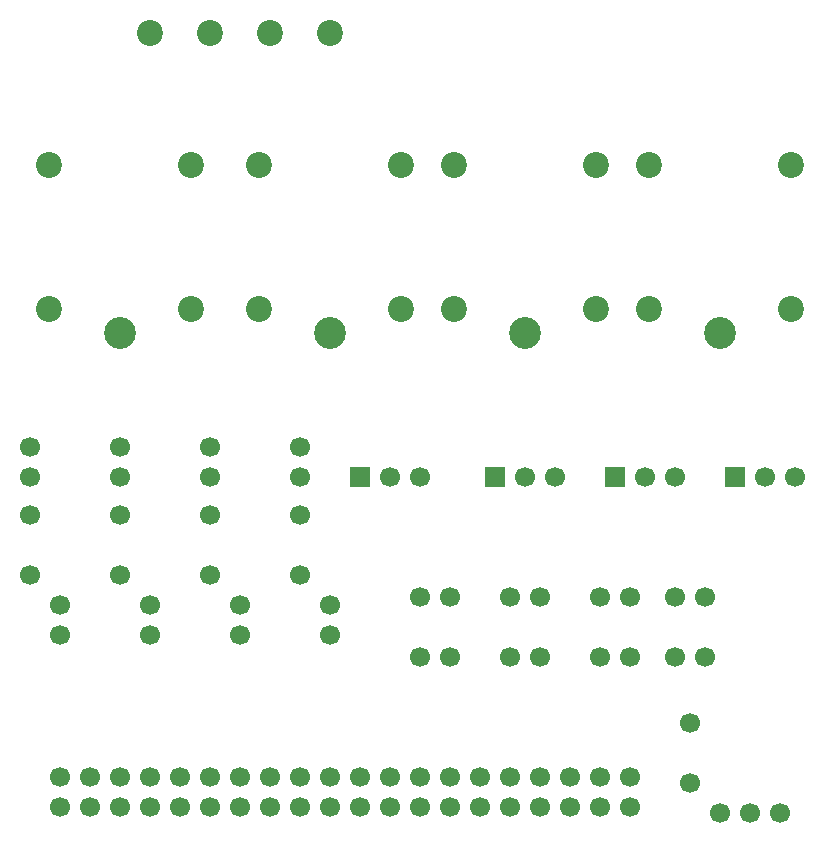
<source format=gts>
G04 DipTrace 3.1.0.1*
G04 Controller.GTS*
%MOMM*%
G04 #@! TF.FileFunction,Soldermask,Top*
G04 #@! TF.Part,Single*
%ADD23R,1.7X1.7*%
%ADD25C,1.7*%
%ADD26C,2.2*%
%ADD28C,2.7*%
%FSLAX35Y35*%
G04*
G71*
G90*
G75*
G01*
G04 TopMask*
%LPD*%
D28*
X2203667Y5505667D3*
D26*
X1603667Y5705667D3*
X2803667D3*
X1603667Y6925667D3*
X2803667D3*
X2457667Y8045667D3*
X2965667D3*
X3473667D3*
X3981667D3*
D25*
X1695667Y1743293D3*
X1949667D3*
X2203667D3*
X2457667D3*
X2711667D3*
X2965667D3*
X3219667D3*
X3473667D3*
X3727667D3*
X3981667D3*
X4235667D3*
X4489667D3*
X4743667D3*
X4997667D3*
X5251667D3*
X5505667D3*
X5759667D3*
X6013667D3*
X6267667D3*
X6521667D3*
X1695667Y1489290D3*
X1949667D3*
X2457667D3*
X2203667D3*
X2711667D3*
X2965667D3*
X3219667D3*
X3473667D3*
X3727667D3*
X3981667D3*
X4235667D3*
X4489667D3*
X4743667D3*
X4997667D3*
X5251667D3*
X5505667D3*
X5759667D3*
X6013667D3*
X6267667D3*
X6521667D3*
X1441667Y4537290D3*
Y4283293D3*
Y3965793D3*
Y3457793D3*
X1695667Y3203793D3*
Y2949790D3*
X4743667Y4283293D3*
X4489667D3*
D23*
X4235667D3*
D25*
X2203667Y4537290D3*
Y4283293D3*
Y3965793D3*
Y3457793D3*
X2457667Y3203793D3*
Y2949790D3*
X2965667Y4537290D3*
Y4283293D3*
Y3965793D3*
Y3457793D3*
X3219667Y3203793D3*
Y2949790D3*
X3727667Y4537290D3*
Y4283293D3*
Y3965793D3*
Y3457793D3*
X3981667Y3203793D3*
Y2949790D3*
X4743667Y3267293D3*
Y2759290D3*
X4997667Y3267293D3*
Y2759290D3*
X5886667Y4283293D3*
X5632667D3*
D23*
X5378667D3*
D25*
X5505667Y3267293D3*
X5759667D3*
X5505667Y2759290D3*
X5759667D3*
X6902667Y4283293D3*
X6648667D3*
D23*
X6394667D3*
D25*
X7918667D3*
X7664667D3*
D23*
X7410667D3*
D25*
X6267667Y3267293D3*
X6521667D3*
X6267667Y2759290D3*
X6521667D3*
X6902667Y3267293D3*
X7156667D3*
X6902667Y2759290D3*
X7156667D3*
X7791667Y1441667D3*
X7537667D3*
X7029667Y2203667D3*
Y1695667D3*
X7283667Y1441667D3*
D28*
X3981667Y5505667D3*
D26*
X3381667Y5705667D3*
X4581667D3*
X3381667Y6925667D3*
X4581667D3*
D28*
X5632667Y5505667D3*
D26*
X5032667Y5705667D3*
X6232667D3*
X5032667Y6925667D3*
X6232667D3*
D28*
X7283667Y5505667D3*
D26*
X6683667Y5705667D3*
X7883667D3*
X6683667Y6925667D3*
X7883667D3*
M02*

</source>
